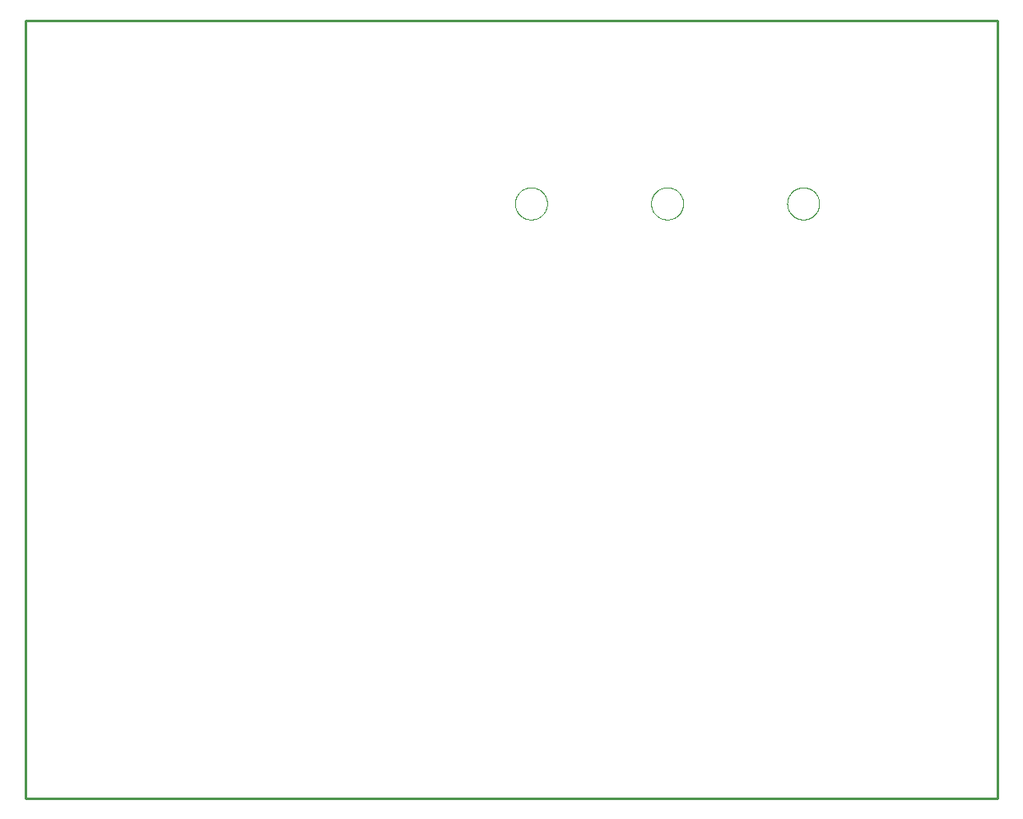
<source format=gbr>
G75*
%MOIN*%
%OFA0B0*%
%FSLAX25Y25*%
%IPPOS*%
%LPD*%
%AMOC8*
5,1,8,0,0,1.08239X$1,22.5*
%
%ADD10C,0.01000*%
%ADD11C,0.00000*%
D10*
X0030312Y0010074D02*
X0030312Y0325035D01*
X0424012Y0325035D01*
X0424012Y0010074D01*
X0030312Y0010074D01*
D11*
X0228536Y0250924D02*
X0228538Y0251085D01*
X0228544Y0251245D01*
X0228554Y0251406D01*
X0228568Y0251566D01*
X0228586Y0251726D01*
X0228607Y0251885D01*
X0228633Y0252044D01*
X0228663Y0252202D01*
X0228696Y0252359D01*
X0228734Y0252516D01*
X0228775Y0252671D01*
X0228820Y0252825D01*
X0228869Y0252978D01*
X0228922Y0253130D01*
X0228978Y0253281D01*
X0229039Y0253430D01*
X0229102Y0253578D01*
X0229170Y0253724D01*
X0229241Y0253868D01*
X0229315Y0254010D01*
X0229393Y0254151D01*
X0229475Y0254289D01*
X0229560Y0254426D01*
X0229648Y0254560D01*
X0229740Y0254692D01*
X0229835Y0254822D01*
X0229933Y0254950D01*
X0230034Y0255075D01*
X0230138Y0255197D01*
X0230245Y0255317D01*
X0230355Y0255434D01*
X0230468Y0255549D01*
X0230584Y0255660D01*
X0230703Y0255769D01*
X0230824Y0255874D01*
X0230948Y0255977D01*
X0231074Y0256077D01*
X0231202Y0256173D01*
X0231333Y0256266D01*
X0231467Y0256356D01*
X0231602Y0256443D01*
X0231740Y0256526D01*
X0231879Y0256606D01*
X0232021Y0256682D01*
X0232164Y0256755D01*
X0232309Y0256824D01*
X0232456Y0256890D01*
X0232604Y0256952D01*
X0232754Y0257010D01*
X0232905Y0257065D01*
X0233058Y0257116D01*
X0233212Y0257163D01*
X0233367Y0257206D01*
X0233523Y0257245D01*
X0233679Y0257281D01*
X0233837Y0257312D01*
X0233995Y0257340D01*
X0234154Y0257364D01*
X0234314Y0257384D01*
X0234474Y0257400D01*
X0234634Y0257412D01*
X0234795Y0257420D01*
X0234956Y0257424D01*
X0235116Y0257424D01*
X0235277Y0257420D01*
X0235438Y0257412D01*
X0235598Y0257400D01*
X0235758Y0257384D01*
X0235918Y0257364D01*
X0236077Y0257340D01*
X0236235Y0257312D01*
X0236393Y0257281D01*
X0236549Y0257245D01*
X0236705Y0257206D01*
X0236860Y0257163D01*
X0237014Y0257116D01*
X0237167Y0257065D01*
X0237318Y0257010D01*
X0237468Y0256952D01*
X0237616Y0256890D01*
X0237763Y0256824D01*
X0237908Y0256755D01*
X0238051Y0256682D01*
X0238193Y0256606D01*
X0238332Y0256526D01*
X0238470Y0256443D01*
X0238605Y0256356D01*
X0238739Y0256266D01*
X0238870Y0256173D01*
X0238998Y0256077D01*
X0239124Y0255977D01*
X0239248Y0255874D01*
X0239369Y0255769D01*
X0239488Y0255660D01*
X0239604Y0255549D01*
X0239717Y0255434D01*
X0239827Y0255317D01*
X0239934Y0255197D01*
X0240038Y0255075D01*
X0240139Y0254950D01*
X0240237Y0254822D01*
X0240332Y0254692D01*
X0240424Y0254560D01*
X0240512Y0254426D01*
X0240597Y0254289D01*
X0240679Y0254151D01*
X0240757Y0254010D01*
X0240831Y0253868D01*
X0240902Y0253724D01*
X0240970Y0253578D01*
X0241033Y0253430D01*
X0241094Y0253281D01*
X0241150Y0253130D01*
X0241203Y0252978D01*
X0241252Y0252825D01*
X0241297Y0252671D01*
X0241338Y0252516D01*
X0241376Y0252359D01*
X0241409Y0252202D01*
X0241439Y0252044D01*
X0241465Y0251885D01*
X0241486Y0251726D01*
X0241504Y0251566D01*
X0241518Y0251406D01*
X0241528Y0251245D01*
X0241534Y0251085D01*
X0241536Y0250924D01*
X0241534Y0250763D01*
X0241528Y0250603D01*
X0241518Y0250442D01*
X0241504Y0250282D01*
X0241486Y0250122D01*
X0241465Y0249963D01*
X0241439Y0249804D01*
X0241409Y0249646D01*
X0241376Y0249489D01*
X0241338Y0249332D01*
X0241297Y0249177D01*
X0241252Y0249023D01*
X0241203Y0248870D01*
X0241150Y0248718D01*
X0241094Y0248567D01*
X0241033Y0248418D01*
X0240970Y0248270D01*
X0240902Y0248124D01*
X0240831Y0247980D01*
X0240757Y0247838D01*
X0240679Y0247697D01*
X0240597Y0247559D01*
X0240512Y0247422D01*
X0240424Y0247288D01*
X0240332Y0247156D01*
X0240237Y0247026D01*
X0240139Y0246898D01*
X0240038Y0246773D01*
X0239934Y0246651D01*
X0239827Y0246531D01*
X0239717Y0246414D01*
X0239604Y0246299D01*
X0239488Y0246188D01*
X0239369Y0246079D01*
X0239248Y0245974D01*
X0239124Y0245871D01*
X0238998Y0245771D01*
X0238870Y0245675D01*
X0238739Y0245582D01*
X0238605Y0245492D01*
X0238470Y0245405D01*
X0238332Y0245322D01*
X0238193Y0245242D01*
X0238051Y0245166D01*
X0237908Y0245093D01*
X0237763Y0245024D01*
X0237616Y0244958D01*
X0237468Y0244896D01*
X0237318Y0244838D01*
X0237167Y0244783D01*
X0237014Y0244732D01*
X0236860Y0244685D01*
X0236705Y0244642D01*
X0236549Y0244603D01*
X0236393Y0244567D01*
X0236235Y0244536D01*
X0236077Y0244508D01*
X0235918Y0244484D01*
X0235758Y0244464D01*
X0235598Y0244448D01*
X0235438Y0244436D01*
X0235277Y0244428D01*
X0235116Y0244424D01*
X0234956Y0244424D01*
X0234795Y0244428D01*
X0234634Y0244436D01*
X0234474Y0244448D01*
X0234314Y0244464D01*
X0234154Y0244484D01*
X0233995Y0244508D01*
X0233837Y0244536D01*
X0233679Y0244567D01*
X0233523Y0244603D01*
X0233367Y0244642D01*
X0233212Y0244685D01*
X0233058Y0244732D01*
X0232905Y0244783D01*
X0232754Y0244838D01*
X0232604Y0244896D01*
X0232456Y0244958D01*
X0232309Y0245024D01*
X0232164Y0245093D01*
X0232021Y0245166D01*
X0231879Y0245242D01*
X0231740Y0245322D01*
X0231602Y0245405D01*
X0231467Y0245492D01*
X0231333Y0245582D01*
X0231202Y0245675D01*
X0231074Y0245771D01*
X0230948Y0245871D01*
X0230824Y0245974D01*
X0230703Y0246079D01*
X0230584Y0246188D01*
X0230468Y0246299D01*
X0230355Y0246414D01*
X0230245Y0246531D01*
X0230138Y0246651D01*
X0230034Y0246773D01*
X0229933Y0246898D01*
X0229835Y0247026D01*
X0229740Y0247156D01*
X0229648Y0247288D01*
X0229560Y0247422D01*
X0229475Y0247559D01*
X0229393Y0247697D01*
X0229315Y0247838D01*
X0229241Y0247980D01*
X0229170Y0248124D01*
X0229102Y0248270D01*
X0229039Y0248418D01*
X0228978Y0248567D01*
X0228922Y0248718D01*
X0228869Y0248870D01*
X0228820Y0249023D01*
X0228775Y0249177D01*
X0228734Y0249332D01*
X0228696Y0249489D01*
X0228663Y0249646D01*
X0228633Y0249804D01*
X0228607Y0249963D01*
X0228586Y0250122D01*
X0228568Y0250282D01*
X0228554Y0250442D01*
X0228544Y0250603D01*
X0228538Y0250763D01*
X0228536Y0250924D01*
X0283654Y0250924D02*
X0283656Y0251085D01*
X0283662Y0251245D01*
X0283672Y0251406D01*
X0283686Y0251566D01*
X0283704Y0251726D01*
X0283725Y0251885D01*
X0283751Y0252044D01*
X0283781Y0252202D01*
X0283814Y0252359D01*
X0283852Y0252516D01*
X0283893Y0252671D01*
X0283938Y0252825D01*
X0283987Y0252978D01*
X0284040Y0253130D01*
X0284096Y0253281D01*
X0284157Y0253430D01*
X0284220Y0253578D01*
X0284288Y0253724D01*
X0284359Y0253868D01*
X0284433Y0254010D01*
X0284511Y0254151D01*
X0284593Y0254289D01*
X0284678Y0254426D01*
X0284766Y0254560D01*
X0284858Y0254692D01*
X0284953Y0254822D01*
X0285051Y0254950D01*
X0285152Y0255075D01*
X0285256Y0255197D01*
X0285363Y0255317D01*
X0285473Y0255434D01*
X0285586Y0255549D01*
X0285702Y0255660D01*
X0285821Y0255769D01*
X0285942Y0255874D01*
X0286066Y0255977D01*
X0286192Y0256077D01*
X0286320Y0256173D01*
X0286451Y0256266D01*
X0286585Y0256356D01*
X0286720Y0256443D01*
X0286858Y0256526D01*
X0286997Y0256606D01*
X0287139Y0256682D01*
X0287282Y0256755D01*
X0287427Y0256824D01*
X0287574Y0256890D01*
X0287722Y0256952D01*
X0287872Y0257010D01*
X0288023Y0257065D01*
X0288176Y0257116D01*
X0288330Y0257163D01*
X0288485Y0257206D01*
X0288641Y0257245D01*
X0288797Y0257281D01*
X0288955Y0257312D01*
X0289113Y0257340D01*
X0289272Y0257364D01*
X0289432Y0257384D01*
X0289592Y0257400D01*
X0289752Y0257412D01*
X0289913Y0257420D01*
X0290074Y0257424D01*
X0290234Y0257424D01*
X0290395Y0257420D01*
X0290556Y0257412D01*
X0290716Y0257400D01*
X0290876Y0257384D01*
X0291036Y0257364D01*
X0291195Y0257340D01*
X0291353Y0257312D01*
X0291511Y0257281D01*
X0291667Y0257245D01*
X0291823Y0257206D01*
X0291978Y0257163D01*
X0292132Y0257116D01*
X0292285Y0257065D01*
X0292436Y0257010D01*
X0292586Y0256952D01*
X0292734Y0256890D01*
X0292881Y0256824D01*
X0293026Y0256755D01*
X0293169Y0256682D01*
X0293311Y0256606D01*
X0293450Y0256526D01*
X0293588Y0256443D01*
X0293723Y0256356D01*
X0293857Y0256266D01*
X0293988Y0256173D01*
X0294116Y0256077D01*
X0294242Y0255977D01*
X0294366Y0255874D01*
X0294487Y0255769D01*
X0294606Y0255660D01*
X0294722Y0255549D01*
X0294835Y0255434D01*
X0294945Y0255317D01*
X0295052Y0255197D01*
X0295156Y0255075D01*
X0295257Y0254950D01*
X0295355Y0254822D01*
X0295450Y0254692D01*
X0295542Y0254560D01*
X0295630Y0254426D01*
X0295715Y0254289D01*
X0295797Y0254151D01*
X0295875Y0254010D01*
X0295949Y0253868D01*
X0296020Y0253724D01*
X0296088Y0253578D01*
X0296151Y0253430D01*
X0296212Y0253281D01*
X0296268Y0253130D01*
X0296321Y0252978D01*
X0296370Y0252825D01*
X0296415Y0252671D01*
X0296456Y0252516D01*
X0296494Y0252359D01*
X0296527Y0252202D01*
X0296557Y0252044D01*
X0296583Y0251885D01*
X0296604Y0251726D01*
X0296622Y0251566D01*
X0296636Y0251406D01*
X0296646Y0251245D01*
X0296652Y0251085D01*
X0296654Y0250924D01*
X0296652Y0250763D01*
X0296646Y0250603D01*
X0296636Y0250442D01*
X0296622Y0250282D01*
X0296604Y0250122D01*
X0296583Y0249963D01*
X0296557Y0249804D01*
X0296527Y0249646D01*
X0296494Y0249489D01*
X0296456Y0249332D01*
X0296415Y0249177D01*
X0296370Y0249023D01*
X0296321Y0248870D01*
X0296268Y0248718D01*
X0296212Y0248567D01*
X0296151Y0248418D01*
X0296088Y0248270D01*
X0296020Y0248124D01*
X0295949Y0247980D01*
X0295875Y0247838D01*
X0295797Y0247697D01*
X0295715Y0247559D01*
X0295630Y0247422D01*
X0295542Y0247288D01*
X0295450Y0247156D01*
X0295355Y0247026D01*
X0295257Y0246898D01*
X0295156Y0246773D01*
X0295052Y0246651D01*
X0294945Y0246531D01*
X0294835Y0246414D01*
X0294722Y0246299D01*
X0294606Y0246188D01*
X0294487Y0246079D01*
X0294366Y0245974D01*
X0294242Y0245871D01*
X0294116Y0245771D01*
X0293988Y0245675D01*
X0293857Y0245582D01*
X0293723Y0245492D01*
X0293588Y0245405D01*
X0293450Y0245322D01*
X0293311Y0245242D01*
X0293169Y0245166D01*
X0293026Y0245093D01*
X0292881Y0245024D01*
X0292734Y0244958D01*
X0292586Y0244896D01*
X0292436Y0244838D01*
X0292285Y0244783D01*
X0292132Y0244732D01*
X0291978Y0244685D01*
X0291823Y0244642D01*
X0291667Y0244603D01*
X0291511Y0244567D01*
X0291353Y0244536D01*
X0291195Y0244508D01*
X0291036Y0244484D01*
X0290876Y0244464D01*
X0290716Y0244448D01*
X0290556Y0244436D01*
X0290395Y0244428D01*
X0290234Y0244424D01*
X0290074Y0244424D01*
X0289913Y0244428D01*
X0289752Y0244436D01*
X0289592Y0244448D01*
X0289432Y0244464D01*
X0289272Y0244484D01*
X0289113Y0244508D01*
X0288955Y0244536D01*
X0288797Y0244567D01*
X0288641Y0244603D01*
X0288485Y0244642D01*
X0288330Y0244685D01*
X0288176Y0244732D01*
X0288023Y0244783D01*
X0287872Y0244838D01*
X0287722Y0244896D01*
X0287574Y0244958D01*
X0287427Y0245024D01*
X0287282Y0245093D01*
X0287139Y0245166D01*
X0286997Y0245242D01*
X0286858Y0245322D01*
X0286720Y0245405D01*
X0286585Y0245492D01*
X0286451Y0245582D01*
X0286320Y0245675D01*
X0286192Y0245771D01*
X0286066Y0245871D01*
X0285942Y0245974D01*
X0285821Y0246079D01*
X0285702Y0246188D01*
X0285586Y0246299D01*
X0285473Y0246414D01*
X0285363Y0246531D01*
X0285256Y0246651D01*
X0285152Y0246773D01*
X0285051Y0246898D01*
X0284953Y0247026D01*
X0284858Y0247156D01*
X0284766Y0247288D01*
X0284678Y0247422D01*
X0284593Y0247559D01*
X0284511Y0247697D01*
X0284433Y0247838D01*
X0284359Y0247980D01*
X0284288Y0248124D01*
X0284220Y0248270D01*
X0284157Y0248418D01*
X0284096Y0248567D01*
X0284040Y0248718D01*
X0283987Y0248870D01*
X0283938Y0249023D01*
X0283893Y0249177D01*
X0283852Y0249332D01*
X0283814Y0249489D01*
X0283781Y0249646D01*
X0283751Y0249804D01*
X0283725Y0249963D01*
X0283704Y0250122D01*
X0283686Y0250282D01*
X0283672Y0250442D01*
X0283662Y0250603D01*
X0283656Y0250763D01*
X0283654Y0250924D01*
X0338772Y0250924D02*
X0338774Y0251085D01*
X0338780Y0251245D01*
X0338790Y0251406D01*
X0338804Y0251566D01*
X0338822Y0251726D01*
X0338843Y0251885D01*
X0338869Y0252044D01*
X0338899Y0252202D01*
X0338932Y0252359D01*
X0338970Y0252516D01*
X0339011Y0252671D01*
X0339056Y0252825D01*
X0339105Y0252978D01*
X0339158Y0253130D01*
X0339214Y0253281D01*
X0339275Y0253430D01*
X0339338Y0253578D01*
X0339406Y0253724D01*
X0339477Y0253868D01*
X0339551Y0254010D01*
X0339629Y0254151D01*
X0339711Y0254289D01*
X0339796Y0254426D01*
X0339884Y0254560D01*
X0339976Y0254692D01*
X0340071Y0254822D01*
X0340169Y0254950D01*
X0340270Y0255075D01*
X0340374Y0255197D01*
X0340481Y0255317D01*
X0340591Y0255434D01*
X0340704Y0255549D01*
X0340820Y0255660D01*
X0340939Y0255769D01*
X0341060Y0255874D01*
X0341184Y0255977D01*
X0341310Y0256077D01*
X0341438Y0256173D01*
X0341569Y0256266D01*
X0341703Y0256356D01*
X0341838Y0256443D01*
X0341976Y0256526D01*
X0342115Y0256606D01*
X0342257Y0256682D01*
X0342400Y0256755D01*
X0342545Y0256824D01*
X0342692Y0256890D01*
X0342840Y0256952D01*
X0342990Y0257010D01*
X0343141Y0257065D01*
X0343294Y0257116D01*
X0343448Y0257163D01*
X0343603Y0257206D01*
X0343759Y0257245D01*
X0343915Y0257281D01*
X0344073Y0257312D01*
X0344231Y0257340D01*
X0344390Y0257364D01*
X0344550Y0257384D01*
X0344710Y0257400D01*
X0344870Y0257412D01*
X0345031Y0257420D01*
X0345192Y0257424D01*
X0345352Y0257424D01*
X0345513Y0257420D01*
X0345674Y0257412D01*
X0345834Y0257400D01*
X0345994Y0257384D01*
X0346154Y0257364D01*
X0346313Y0257340D01*
X0346471Y0257312D01*
X0346629Y0257281D01*
X0346785Y0257245D01*
X0346941Y0257206D01*
X0347096Y0257163D01*
X0347250Y0257116D01*
X0347403Y0257065D01*
X0347554Y0257010D01*
X0347704Y0256952D01*
X0347852Y0256890D01*
X0347999Y0256824D01*
X0348144Y0256755D01*
X0348287Y0256682D01*
X0348429Y0256606D01*
X0348568Y0256526D01*
X0348706Y0256443D01*
X0348841Y0256356D01*
X0348975Y0256266D01*
X0349106Y0256173D01*
X0349234Y0256077D01*
X0349360Y0255977D01*
X0349484Y0255874D01*
X0349605Y0255769D01*
X0349724Y0255660D01*
X0349840Y0255549D01*
X0349953Y0255434D01*
X0350063Y0255317D01*
X0350170Y0255197D01*
X0350274Y0255075D01*
X0350375Y0254950D01*
X0350473Y0254822D01*
X0350568Y0254692D01*
X0350660Y0254560D01*
X0350748Y0254426D01*
X0350833Y0254289D01*
X0350915Y0254151D01*
X0350993Y0254010D01*
X0351067Y0253868D01*
X0351138Y0253724D01*
X0351206Y0253578D01*
X0351269Y0253430D01*
X0351330Y0253281D01*
X0351386Y0253130D01*
X0351439Y0252978D01*
X0351488Y0252825D01*
X0351533Y0252671D01*
X0351574Y0252516D01*
X0351612Y0252359D01*
X0351645Y0252202D01*
X0351675Y0252044D01*
X0351701Y0251885D01*
X0351722Y0251726D01*
X0351740Y0251566D01*
X0351754Y0251406D01*
X0351764Y0251245D01*
X0351770Y0251085D01*
X0351772Y0250924D01*
X0351770Y0250763D01*
X0351764Y0250603D01*
X0351754Y0250442D01*
X0351740Y0250282D01*
X0351722Y0250122D01*
X0351701Y0249963D01*
X0351675Y0249804D01*
X0351645Y0249646D01*
X0351612Y0249489D01*
X0351574Y0249332D01*
X0351533Y0249177D01*
X0351488Y0249023D01*
X0351439Y0248870D01*
X0351386Y0248718D01*
X0351330Y0248567D01*
X0351269Y0248418D01*
X0351206Y0248270D01*
X0351138Y0248124D01*
X0351067Y0247980D01*
X0350993Y0247838D01*
X0350915Y0247697D01*
X0350833Y0247559D01*
X0350748Y0247422D01*
X0350660Y0247288D01*
X0350568Y0247156D01*
X0350473Y0247026D01*
X0350375Y0246898D01*
X0350274Y0246773D01*
X0350170Y0246651D01*
X0350063Y0246531D01*
X0349953Y0246414D01*
X0349840Y0246299D01*
X0349724Y0246188D01*
X0349605Y0246079D01*
X0349484Y0245974D01*
X0349360Y0245871D01*
X0349234Y0245771D01*
X0349106Y0245675D01*
X0348975Y0245582D01*
X0348841Y0245492D01*
X0348706Y0245405D01*
X0348568Y0245322D01*
X0348429Y0245242D01*
X0348287Y0245166D01*
X0348144Y0245093D01*
X0347999Y0245024D01*
X0347852Y0244958D01*
X0347704Y0244896D01*
X0347554Y0244838D01*
X0347403Y0244783D01*
X0347250Y0244732D01*
X0347096Y0244685D01*
X0346941Y0244642D01*
X0346785Y0244603D01*
X0346629Y0244567D01*
X0346471Y0244536D01*
X0346313Y0244508D01*
X0346154Y0244484D01*
X0345994Y0244464D01*
X0345834Y0244448D01*
X0345674Y0244436D01*
X0345513Y0244428D01*
X0345352Y0244424D01*
X0345192Y0244424D01*
X0345031Y0244428D01*
X0344870Y0244436D01*
X0344710Y0244448D01*
X0344550Y0244464D01*
X0344390Y0244484D01*
X0344231Y0244508D01*
X0344073Y0244536D01*
X0343915Y0244567D01*
X0343759Y0244603D01*
X0343603Y0244642D01*
X0343448Y0244685D01*
X0343294Y0244732D01*
X0343141Y0244783D01*
X0342990Y0244838D01*
X0342840Y0244896D01*
X0342692Y0244958D01*
X0342545Y0245024D01*
X0342400Y0245093D01*
X0342257Y0245166D01*
X0342115Y0245242D01*
X0341976Y0245322D01*
X0341838Y0245405D01*
X0341703Y0245492D01*
X0341569Y0245582D01*
X0341438Y0245675D01*
X0341310Y0245771D01*
X0341184Y0245871D01*
X0341060Y0245974D01*
X0340939Y0246079D01*
X0340820Y0246188D01*
X0340704Y0246299D01*
X0340591Y0246414D01*
X0340481Y0246531D01*
X0340374Y0246651D01*
X0340270Y0246773D01*
X0340169Y0246898D01*
X0340071Y0247026D01*
X0339976Y0247156D01*
X0339884Y0247288D01*
X0339796Y0247422D01*
X0339711Y0247559D01*
X0339629Y0247697D01*
X0339551Y0247838D01*
X0339477Y0247980D01*
X0339406Y0248124D01*
X0339338Y0248270D01*
X0339275Y0248418D01*
X0339214Y0248567D01*
X0339158Y0248718D01*
X0339105Y0248870D01*
X0339056Y0249023D01*
X0339011Y0249177D01*
X0338970Y0249332D01*
X0338932Y0249489D01*
X0338899Y0249646D01*
X0338869Y0249804D01*
X0338843Y0249963D01*
X0338822Y0250122D01*
X0338804Y0250282D01*
X0338790Y0250442D01*
X0338780Y0250603D01*
X0338774Y0250763D01*
X0338772Y0250924D01*
M02*

</source>
